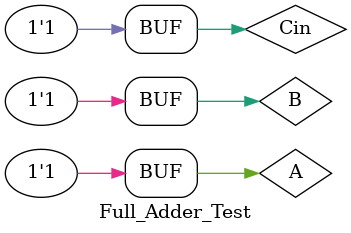
<source format=v>
`timescale 1ns / 1ps
module Full_Adder_Test(
    );
	 
	 reg A, B, Cin;
	 wire S, Cout;
	 
Full_Adder uut(.A(A),.B(B),.Cin(Cin),.Cout(Cout),.S(S));

initial begin
A=0;
B=0;
Cin=0;
#20 A=1;
#20 B=1;
#20 A=0;
#20 Cin=1;
#20 B=0;
#20 A=1;
#20 B=1;
#40;

end
endmodule

</source>
